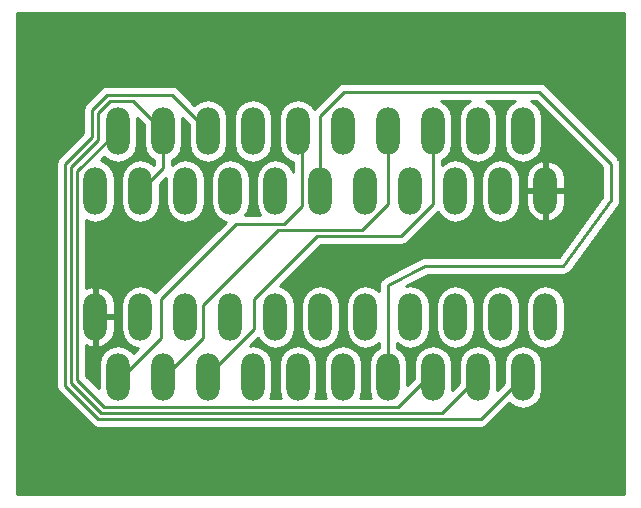
<source format=gbl>
G04 #@! TF.FileFunction,Copper,L2,Bot,Signal*
%FSLAX46Y46*%
G04 Gerber Fmt 4.6, Leading zero omitted, Abs format (unit mm)*
G04 Created by KiCad (PCBNEW 4.0.7) date 07/22/18 01:51:21*
%MOMM*%
%LPD*%
G01*
G04 APERTURE LIST*
%ADD10C,0.100000*%
%ADD11O,2.000000X4.000000*%
%ADD12C,0.600000*%
%ADD13C,0.250000*%
%ADD14C,0.254000*%
G04 APERTURE END LIST*
D10*
D11*
X150241000Y-125984000D03*
X146431000Y-125984000D03*
X142621000Y-125984000D03*
X148336000Y-120904000D03*
X144526000Y-120904000D03*
X140716000Y-120904000D03*
X138811000Y-125984000D03*
X136906000Y-120904000D03*
X135001000Y-125984000D03*
X133096000Y-120904000D03*
X131191000Y-125984000D03*
X129286000Y-120904000D03*
X167386000Y-120904000D03*
X165481000Y-125984000D03*
X163576000Y-120904000D03*
X161671000Y-125984000D03*
X159766000Y-120904000D03*
X157861000Y-125984000D03*
X155956000Y-120904000D03*
X154051000Y-125984000D03*
X152146000Y-120904000D03*
X146431000Y-105156000D03*
X150241000Y-105156000D03*
X154051000Y-105156000D03*
X148336000Y-110236000D03*
X152146000Y-110236000D03*
X155956000Y-110236000D03*
X157861000Y-105156000D03*
X159766000Y-110236000D03*
X161671000Y-105156000D03*
X163576000Y-110236000D03*
X165481000Y-105156000D03*
X167386000Y-110236000D03*
X129286000Y-110236000D03*
X131191000Y-105156000D03*
X133096000Y-110236000D03*
X135001000Y-105156000D03*
X136906000Y-110236000D03*
X138811000Y-105156000D03*
X140716000Y-110236000D03*
X142621000Y-105156000D03*
X144526000Y-110236000D03*
D12*
X157480000Y-114300000D03*
X165354000Y-118110000D03*
X166878000Y-115062000D03*
X129286000Y-115570000D03*
X123190000Y-95758000D03*
X123190000Y-99568000D03*
X123190000Y-108712000D03*
X123190000Y-120650000D03*
X123190000Y-126746000D03*
X123190000Y-131826000D03*
X123190000Y-135382000D03*
X129286000Y-135382000D03*
X135636000Y-135382000D03*
X143764000Y-135382000D03*
X156972000Y-135382000D03*
X173482000Y-135382000D03*
X173736000Y-128270000D03*
X173736000Y-115316000D03*
X173736000Y-107442000D03*
X173482000Y-101346000D03*
X173482000Y-95758000D03*
X168910000Y-95758000D03*
X152908000Y-95758000D03*
X141478000Y-95758000D03*
X133096000Y-95758000D03*
X126492000Y-95758000D03*
D13*
X138811000Y-125984000D02*
X138811000Y-125857000D01*
X138811000Y-125857000D02*
X142748000Y-121920000D01*
X142748000Y-121920000D02*
X142748000Y-119380000D01*
X142748000Y-119380000D02*
X148082000Y-114046000D01*
X148082000Y-114046000D02*
X155194000Y-114046000D01*
X155194000Y-114046000D02*
X157861000Y-111379000D01*
X157861000Y-111379000D02*
X157861000Y-105156000D01*
X135001000Y-125984000D02*
X135128000Y-125984000D01*
X135128000Y-125984000D02*
X138430000Y-122682000D01*
X138430000Y-122682000D02*
X138430000Y-119888000D01*
X138430000Y-119888000D02*
X144780000Y-113538000D01*
X144780000Y-113538000D02*
X151892000Y-113538000D01*
X151892000Y-113538000D02*
X154051000Y-111379000D01*
X154051000Y-111379000D02*
X154051000Y-105156000D01*
X131191000Y-125984000D02*
X131572000Y-125984000D01*
X131572000Y-125984000D02*
X134874000Y-122682000D01*
X134874000Y-122682000D02*
X134874000Y-119380000D01*
X134874000Y-119380000D02*
X141224000Y-113030000D01*
X141224000Y-113030000D02*
X145288000Y-113030000D01*
X145288000Y-113030000D02*
X146812000Y-111506000D01*
X146812000Y-111506000D02*
X146812000Y-105537000D01*
X146812000Y-105537000D02*
X146431000Y-105156000D01*
X123190000Y-108712000D02*
X123190000Y-99568000D01*
X123190000Y-126746000D02*
X123190000Y-120650000D01*
X123190000Y-135382000D02*
X123190000Y-131826000D01*
X135636000Y-135382000D02*
X129286000Y-135382000D01*
X156972000Y-135382000D02*
X143764000Y-135382000D01*
X173482000Y-128524000D02*
X173482000Y-135382000D01*
X173736000Y-128270000D02*
X173482000Y-128524000D01*
X173736000Y-107442000D02*
X173736000Y-115316000D01*
X173482000Y-95758000D02*
X173482000Y-101346000D01*
X152908000Y-95758000D02*
X168910000Y-95758000D01*
X133096000Y-95758000D02*
X141478000Y-95758000D01*
X126492000Y-95758000D02*
X123190000Y-95758000D01*
X165481000Y-125984000D02*
X161925000Y-129540000D01*
X135763000Y-102108000D02*
X138811000Y-105156000D01*
X130302000Y-102108000D02*
X135763000Y-102108000D01*
X129032000Y-103378000D02*
X130302000Y-102108000D01*
X129032000Y-105664000D02*
X129032000Y-103378000D01*
X126746000Y-107950000D02*
X129032000Y-105664000D01*
X126746000Y-126746000D02*
X126746000Y-107950000D01*
X129540000Y-129540000D02*
X126746000Y-126746000D01*
X161925000Y-129540000D02*
X129540000Y-129540000D01*
X135001000Y-105156000D02*
X135001000Y-108331000D01*
X135001000Y-108331000D02*
X133096000Y-110236000D01*
X161671000Y-125984000D02*
X158623000Y-129032000D01*
X132461000Y-102616000D02*
X135001000Y-105156000D01*
X130556000Y-102616000D02*
X132461000Y-102616000D01*
X129540000Y-103632000D02*
X130556000Y-102616000D01*
X129540000Y-105918000D02*
X129540000Y-103632000D01*
X127254000Y-108204000D02*
X129540000Y-105918000D01*
X127254000Y-126492000D02*
X127254000Y-108204000D01*
X129794000Y-129032000D02*
X127254000Y-126492000D01*
X158623000Y-129032000D02*
X129794000Y-129032000D01*
X157861000Y-125984000D02*
X157480000Y-125984000D01*
X157480000Y-125984000D02*
X154940000Y-128524000D01*
X154940000Y-128524000D02*
X130048000Y-128524000D01*
X130048000Y-128524000D02*
X127762000Y-126238000D01*
X127762000Y-126238000D02*
X127762000Y-108585000D01*
X127762000Y-108585000D02*
X131191000Y-105156000D01*
X154051000Y-125984000D02*
X154051000Y-118237000D01*
X148336000Y-103886000D02*
X148336000Y-110236000D01*
X150368000Y-101854000D02*
X148336000Y-103886000D01*
X166878000Y-101854000D02*
X150368000Y-101854000D01*
X172974000Y-107950000D02*
X166878000Y-101854000D01*
X172974000Y-110998000D02*
X172974000Y-107950000D01*
X168910000Y-116586000D02*
X172974000Y-110998000D01*
X157226000Y-116586000D02*
X168910000Y-116586000D01*
X154051000Y-118237000D02*
X157226000Y-116586000D01*
D14*
G36*
X174042000Y-135942000D02*
X122630000Y-135942000D01*
X122630000Y-107950000D01*
X125986000Y-107950000D01*
X125986000Y-126746000D01*
X126043852Y-127036839D01*
X126208599Y-127283401D01*
X129002599Y-130077401D01*
X129249161Y-130242148D01*
X129540000Y-130300000D01*
X161925000Y-130300000D01*
X162215839Y-130242148D01*
X162462401Y-130077401D01*
X164338775Y-128201027D01*
X164855313Y-128546166D01*
X165481000Y-128670623D01*
X166106687Y-128546166D01*
X166637120Y-128191743D01*
X166991543Y-127661310D01*
X167116000Y-127035623D01*
X167116000Y-124932377D01*
X166991543Y-124306690D01*
X166637120Y-123776257D01*
X166106687Y-123421834D01*
X165481000Y-123297377D01*
X164855313Y-123421834D01*
X164324880Y-123776257D01*
X163970457Y-124306690D01*
X163846000Y-124932377D01*
X163846000Y-126544198D01*
X163293939Y-127096259D01*
X163306000Y-127035623D01*
X163306000Y-124932377D01*
X163181543Y-124306690D01*
X162827120Y-123776257D01*
X162296687Y-123421834D01*
X161671000Y-123297377D01*
X161045313Y-123421834D01*
X160514880Y-123776257D01*
X160160457Y-124306690D01*
X160036000Y-124932377D01*
X160036000Y-126544198D01*
X159483939Y-127096259D01*
X159496000Y-127035623D01*
X159496000Y-124932377D01*
X159371543Y-124306690D01*
X159017120Y-123776257D01*
X158486687Y-123421834D01*
X157861000Y-123297377D01*
X157235313Y-123421834D01*
X156704880Y-123776257D01*
X156350457Y-124306690D01*
X156226000Y-124932377D01*
X156226000Y-126163198D01*
X155686000Y-126703198D01*
X155686000Y-124932377D01*
X155561543Y-124306690D01*
X155207120Y-123776257D01*
X154811000Y-123511579D01*
X154811000Y-123119173D01*
X155330313Y-123466166D01*
X155956000Y-123590623D01*
X156581687Y-123466166D01*
X157112120Y-123111743D01*
X157466543Y-122581310D01*
X157591000Y-121955623D01*
X157591000Y-119852377D01*
X158131000Y-119852377D01*
X158131000Y-121955623D01*
X158255457Y-122581310D01*
X158609880Y-123111743D01*
X159140313Y-123466166D01*
X159766000Y-123590623D01*
X160391687Y-123466166D01*
X160922120Y-123111743D01*
X161276543Y-122581310D01*
X161401000Y-121955623D01*
X161401000Y-119852377D01*
X161941000Y-119852377D01*
X161941000Y-121955623D01*
X162065457Y-122581310D01*
X162419880Y-123111743D01*
X162950313Y-123466166D01*
X163576000Y-123590623D01*
X164201687Y-123466166D01*
X164732120Y-123111743D01*
X165086543Y-122581310D01*
X165211000Y-121955623D01*
X165211000Y-119852377D01*
X165751000Y-119852377D01*
X165751000Y-121955623D01*
X165875457Y-122581310D01*
X166229880Y-123111743D01*
X166760313Y-123466166D01*
X167386000Y-123590623D01*
X168011687Y-123466166D01*
X168542120Y-123111743D01*
X168896543Y-122581310D01*
X169021000Y-121955623D01*
X169021000Y-119852377D01*
X168896543Y-119226690D01*
X168542120Y-118696257D01*
X168011687Y-118341834D01*
X167386000Y-118217377D01*
X166760313Y-118341834D01*
X166229880Y-118696257D01*
X165875457Y-119226690D01*
X165751000Y-119852377D01*
X165211000Y-119852377D01*
X165086543Y-119226690D01*
X164732120Y-118696257D01*
X164201687Y-118341834D01*
X163576000Y-118217377D01*
X162950313Y-118341834D01*
X162419880Y-118696257D01*
X162065457Y-119226690D01*
X161941000Y-119852377D01*
X161401000Y-119852377D01*
X161276543Y-119226690D01*
X160922120Y-118696257D01*
X160391687Y-118341834D01*
X159766000Y-118217377D01*
X159140313Y-118341834D01*
X158609880Y-118696257D01*
X158255457Y-119226690D01*
X158131000Y-119852377D01*
X157591000Y-119852377D01*
X157466543Y-119226690D01*
X157112120Y-118696257D01*
X156581687Y-118341834D01*
X155956000Y-118217377D01*
X155599818Y-118288226D01*
X157411791Y-117346000D01*
X168910000Y-117346000D01*
X168968714Y-117334321D01*
X169028532Y-117336700D01*
X169112784Y-117305663D01*
X169200839Y-117288148D01*
X169250613Y-117254890D01*
X169306789Y-117234196D01*
X169372748Y-117173282D01*
X169447401Y-117123401D01*
X169480661Y-117073624D01*
X169524639Y-117033010D01*
X173588639Y-111445011D01*
X173626268Y-111363490D01*
X173676148Y-111288839D01*
X173687827Y-111230126D01*
X173712916Y-111175772D01*
X173716484Y-111086059D01*
X173734000Y-110998000D01*
X173734000Y-107950000D01*
X173676148Y-107659161D01*
X173511401Y-107412599D01*
X167415401Y-101316599D01*
X167168839Y-101151852D01*
X166878000Y-101094000D01*
X150368000Y-101094000D01*
X150077161Y-101151852D01*
X149830599Y-101316599D01*
X147832181Y-103315017D01*
X147587120Y-102948257D01*
X147056687Y-102593834D01*
X146431000Y-102469377D01*
X145805313Y-102593834D01*
X145274880Y-102948257D01*
X144920457Y-103478690D01*
X144796000Y-104104377D01*
X144796000Y-106207623D01*
X144920457Y-106833310D01*
X145274880Y-107363743D01*
X145805313Y-107718166D01*
X146052000Y-107767235D01*
X146052000Y-108636398D01*
X146036543Y-108558690D01*
X145682120Y-108028257D01*
X145151687Y-107673834D01*
X144526000Y-107549377D01*
X143900313Y-107673834D01*
X143369880Y-108028257D01*
X143015457Y-108558690D01*
X142891000Y-109184377D01*
X142891000Y-111287623D01*
X143015457Y-111913310D01*
X143253789Y-112270000D01*
X141988211Y-112270000D01*
X142226543Y-111913310D01*
X142351000Y-111287623D01*
X142351000Y-109184377D01*
X142226543Y-108558690D01*
X141872120Y-108028257D01*
X141341687Y-107673834D01*
X140716000Y-107549377D01*
X140090313Y-107673834D01*
X139559880Y-108028257D01*
X139205457Y-108558690D01*
X139081000Y-109184377D01*
X139081000Y-111287623D01*
X139205457Y-111913310D01*
X139559880Y-112443743D01*
X140090313Y-112798166D01*
X140332799Y-112846399D01*
X134344574Y-118834624D01*
X134252120Y-118696257D01*
X133721687Y-118341834D01*
X133096000Y-118217377D01*
X132470313Y-118341834D01*
X131939880Y-118696257D01*
X131585457Y-119226690D01*
X131461000Y-119852377D01*
X131461000Y-121955623D01*
X131585457Y-122581310D01*
X131939880Y-123111743D01*
X132470313Y-123466166D01*
X132924657Y-123556541D01*
X132490443Y-123990755D01*
X132347120Y-123776257D01*
X131816687Y-123421834D01*
X131191000Y-123297377D01*
X130565313Y-123421834D01*
X130034880Y-123776257D01*
X129680457Y-124306690D01*
X129556000Y-124932377D01*
X129556000Y-126957198D01*
X128522000Y-125923198D01*
X128522000Y-123319633D01*
X128777645Y-123463144D01*
X128905566Y-123494124D01*
X129159000Y-123374777D01*
X129159000Y-121031000D01*
X129413000Y-121031000D01*
X129413000Y-123374777D01*
X129666434Y-123494124D01*
X129794355Y-123463144D01*
X130352317Y-123149922D01*
X130747942Y-122647020D01*
X130921000Y-122031000D01*
X130921000Y-121031000D01*
X129413000Y-121031000D01*
X129159000Y-121031000D01*
X129139000Y-121031000D01*
X129139000Y-120777000D01*
X129159000Y-120777000D01*
X129159000Y-118433223D01*
X129413000Y-118433223D01*
X129413000Y-120777000D01*
X130921000Y-120777000D01*
X130921000Y-119777000D01*
X130747942Y-119160980D01*
X130352317Y-118658078D01*
X129794355Y-118344856D01*
X129666434Y-118313876D01*
X129413000Y-118433223D01*
X129159000Y-118433223D01*
X128905566Y-118313876D01*
X128777645Y-118344856D01*
X128522000Y-118488367D01*
X128522000Y-112705748D01*
X128660313Y-112798166D01*
X129286000Y-112922623D01*
X129911687Y-112798166D01*
X130442120Y-112443743D01*
X130796543Y-111913310D01*
X130921000Y-111287623D01*
X130921000Y-109184377D01*
X130796543Y-108558690D01*
X130442120Y-108028257D01*
X129911687Y-107673834D01*
X129775131Y-107646671D01*
X130048775Y-107373027D01*
X130565313Y-107718166D01*
X131191000Y-107842623D01*
X131816687Y-107718166D01*
X132347120Y-107363743D01*
X132701543Y-106833310D01*
X132826000Y-106207623D01*
X132826000Y-104104377D01*
X132813939Y-104043741D01*
X133366000Y-104595802D01*
X133366000Y-106207623D01*
X133490457Y-106833310D01*
X133844880Y-107363743D01*
X134241000Y-107628421D01*
X134241000Y-108016198D01*
X134238225Y-108018973D01*
X133721687Y-107673834D01*
X133096000Y-107549377D01*
X132470313Y-107673834D01*
X131939880Y-108028257D01*
X131585457Y-108558690D01*
X131461000Y-109184377D01*
X131461000Y-111287623D01*
X131585457Y-111913310D01*
X131939880Y-112443743D01*
X132470313Y-112798166D01*
X133096000Y-112922623D01*
X133721687Y-112798166D01*
X134252120Y-112443743D01*
X134606543Y-111913310D01*
X134731000Y-111287623D01*
X134731000Y-109675802D01*
X135283061Y-109123741D01*
X135271000Y-109184377D01*
X135271000Y-111287623D01*
X135395457Y-111913310D01*
X135749880Y-112443743D01*
X136280313Y-112798166D01*
X136906000Y-112922623D01*
X137531687Y-112798166D01*
X138062120Y-112443743D01*
X138416543Y-111913310D01*
X138541000Y-111287623D01*
X138541000Y-109184377D01*
X138416543Y-108558690D01*
X138062120Y-108028257D01*
X137531687Y-107673834D01*
X136906000Y-107549377D01*
X136280313Y-107673834D01*
X135761000Y-108020827D01*
X135761000Y-107628421D01*
X136157120Y-107363743D01*
X136511543Y-106833310D01*
X136636000Y-106207623D01*
X136636000Y-104104377D01*
X136623939Y-104043741D01*
X137176000Y-104595802D01*
X137176000Y-106207623D01*
X137300457Y-106833310D01*
X137654880Y-107363743D01*
X138185313Y-107718166D01*
X138811000Y-107842623D01*
X139436687Y-107718166D01*
X139967120Y-107363743D01*
X140321543Y-106833310D01*
X140446000Y-106207623D01*
X140446000Y-104104377D01*
X140986000Y-104104377D01*
X140986000Y-106207623D01*
X141110457Y-106833310D01*
X141464880Y-107363743D01*
X141995313Y-107718166D01*
X142621000Y-107842623D01*
X143246687Y-107718166D01*
X143777120Y-107363743D01*
X144131543Y-106833310D01*
X144256000Y-106207623D01*
X144256000Y-104104377D01*
X144131543Y-103478690D01*
X143777120Y-102948257D01*
X143246687Y-102593834D01*
X142621000Y-102469377D01*
X141995313Y-102593834D01*
X141464880Y-102948257D01*
X141110457Y-103478690D01*
X140986000Y-104104377D01*
X140446000Y-104104377D01*
X140321543Y-103478690D01*
X139967120Y-102948257D01*
X139436687Y-102593834D01*
X138811000Y-102469377D01*
X138185313Y-102593834D01*
X137668775Y-102938973D01*
X136300401Y-101570599D01*
X136053839Y-101405852D01*
X135763000Y-101348000D01*
X130302000Y-101348000D01*
X130011160Y-101405852D01*
X129764599Y-101570599D01*
X128494599Y-102840599D01*
X128329852Y-103087161D01*
X128272000Y-103378000D01*
X128272000Y-105349198D01*
X126208599Y-107412599D01*
X126043852Y-107659161D01*
X125986000Y-107950000D01*
X122630000Y-107950000D01*
X122630000Y-95198000D01*
X174042000Y-95198000D01*
X174042000Y-135942000D01*
X174042000Y-135942000D01*
G37*
X174042000Y-135942000D02*
X122630000Y-135942000D01*
X122630000Y-107950000D01*
X125986000Y-107950000D01*
X125986000Y-126746000D01*
X126043852Y-127036839D01*
X126208599Y-127283401D01*
X129002599Y-130077401D01*
X129249161Y-130242148D01*
X129540000Y-130300000D01*
X161925000Y-130300000D01*
X162215839Y-130242148D01*
X162462401Y-130077401D01*
X164338775Y-128201027D01*
X164855313Y-128546166D01*
X165481000Y-128670623D01*
X166106687Y-128546166D01*
X166637120Y-128191743D01*
X166991543Y-127661310D01*
X167116000Y-127035623D01*
X167116000Y-124932377D01*
X166991543Y-124306690D01*
X166637120Y-123776257D01*
X166106687Y-123421834D01*
X165481000Y-123297377D01*
X164855313Y-123421834D01*
X164324880Y-123776257D01*
X163970457Y-124306690D01*
X163846000Y-124932377D01*
X163846000Y-126544198D01*
X163293939Y-127096259D01*
X163306000Y-127035623D01*
X163306000Y-124932377D01*
X163181543Y-124306690D01*
X162827120Y-123776257D01*
X162296687Y-123421834D01*
X161671000Y-123297377D01*
X161045313Y-123421834D01*
X160514880Y-123776257D01*
X160160457Y-124306690D01*
X160036000Y-124932377D01*
X160036000Y-126544198D01*
X159483939Y-127096259D01*
X159496000Y-127035623D01*
X159496000Y-124932377D01*
X159371543Y-124306690D01*
X159017120Y-123776257D01*
X158486687Y-123421834D01*
X157861000Y-123297377D01*
X157235313Y-123421834D01*
X156704880Y-123776257D01*
X156350457Y-124306690D01*
X156226000Y-124932377D01*
X156226000Y-126163198D01*
X155686000Y-126703198D01*
X155686000Y-124932377D01*
X155561543Y-124306690D01*
X155207120Y-123776257D01*
X154811000Y-123511579D01*
X154811000Y-123119173D01*
X155330313Y-123466166D01*
X155956000Y-123590623D01*
X156581687Y-123466166D01*
X157112120Y-123111743D01*
X157466543Y-122581310D01*
X157591000Y-121955623D01*
X157591000Y-119852377D01*
X158131000Y-119852377D01*
X158131000Y-121955623D01*
X158255457Y-122581310D01*
X158609880Y-123111743D01*
X159140313Y-123466166D01*
X159766000Y-123590623D01*
X160391687Y-123466166D01*
X160922120Y-123111743D01*
X161276543Y-122581310D01*
X161401000Y-121955623D01*
X161401000Y-119852377D01*
X161941000Y-119852377D01*
X161941000Y-121955623D01*
X162065457Y-122581310D01*
X162419880Y-123111743D01*
X162950313Y-123466166D01*
X163576000Y-123590623D01*
X164201687Y-123466166D01*
X164732120Y-123111743D01*
X165086543Y-122581310D01*
X165211000Y-121955623D01*
X165211000Y-119852377D01*
X165751000Y-119852377D01*
X165751000Y-121955623D01*
X165875457Y-122581310D01*
X166229880Y-123111743D01*
X166760313Y-123466166D01*
X167386000Y-123590623D01*
X168011687Y-123466166D01*
X168542120Y-123111743D01*
X168896543Y-122581310D01*
X169021000Y-121955623D01*
X169021000Y-119852377D01*
X168896543Y-119226690D01*
X168542120Y-118696257D01*
X168011687Y-118341834D01*
X167386000Y-118217377D01*
X166760313Y-118341834D01*
X166229880Y-118696257D01*
X165875457Y-119226690D01*
X165751000Y-119852377D01*
X165211000Y-119852377D01*
X165086543Y-119226690D01*
X164732120Y-118696257D01*
X164201687Y-118341834D01*
X163576000Y-118217377D01*
X162950313Y-118341834D01*
X162419880Y-118696257D01*
X162065457Y-119226690D01*
X161941000Y-119852377D01*
X161401000Y-119852377D01*
X161276543Y-119226690D01*
X160922120Y-118696257D01*
X160391687Y-118341834D01*
X159766000Y-118217377D01*
X159140313Y-118341834D01*
X158609880Y-118696257D01*
X158255457Y-119226690D01*
X158131000Y-119852377D01*
X157591000Y-119852377D01*
X157466543Y-119226690D01*
X157112120Y-118696257D01*
X156581687Y-118341834D01*
X155956000Y-118217377D01*
X155599818Y-118288226D01*
X157411791Y-117346000D01*
X168910000Y-117346000D01*
X168968714Y-117334321D01*
X169028532Y-117336700D01*
X169112784Y-117305663D01*
X169200839Y-117288148D01*
X169250613Y-117254890D01*
X169306789Y-117234196D01*
X169372748Y-117173282D01*
X169447401Y-117123401D01*
X169480661Y-117073624D01*
X169524639Y-117033010D01*
X173588639Y-111445011D01*
X173626268Y-111363490D01*
X173676148Y-111288839D01*
X173687827Y-111230126D01*
X173712916Y-111175772D01*
X173716484Y-111086059D01*
X173734000Y-110998000D01*
X173734000Y-107950000D01*
X173676148Y-107659161D01*
X173511401Y-107412599D01*
X167415401Y-101316599D01*
X167168839Y-101151852D01*
X166878000Y-101094000D01*
X150368000Y-101094000D01*
X150077161Y-101151852D01*
X149830599Y-101316599D01*
X147832181Y-103315017D01*
X147587120Y-102948257D01*
X147056687Y-102593834D01*
X146431000Y-102469377D01*
X145805313Y-102593834D01*
X145274880Y-102948257D01*
X144920457Y-103478690D01*
X144796000Y-104104377D01*
X144796000Y-106207623D01*
X144920457Y-106833310D01*
X145274880Y-107363743D01*
X145805313Y-107718166D01*
X146052000Y-107767235D01*
X146052000Y-108636398D01*
X146036543Y-108558690D01*
X145682120Y-108028257D01*
X145151687Y-107673834D01*
X144526000Y-107549377D01*
X143900313Y-107673834D01*
X143369880Y-108028257D01*
X143015457Y-108558690D01*
X142891000Y-109184377D01*
X142891000Y-111287623D01*
X143015457Y-111913310D01*
X143253789Y-112270000D01*
X141988211Y-112270000D01*
X142226543Y-111913310D01*
X142351000Y-111287623D01*
X142351000Y-109184377D01*
X142226543Y-108558690D01*
X141872120Y-108028257D01*
X141341687Y-107673834D01*
X140716000Y-107549377D01*
X140090313Y-107673834D01*
X139559880Y-108028257D01*
X139205457Y-108558690D01*
X139081000Y-109184377D01*
X139081000Y-111287623D01*
X139205457Y-111913310D01*
X139559880Y-112443743D01*
X140090313Y-112798166D01*
X140332799Y-112846399D01*
X134344574Y-118834624D01*
X134252120Y-118696257D01*
X133721687Y-118341834D01*
X133096000Y-118217377D01*
X132470313Y-118341834D01*
X131939880Y-118696257D01*
X131585457Y-119226690D01*
X131461000Y-119852377D01*
X131461000Y-121955623D01*
X131585457Y-122581310D01*
X131939880Y-123111743D01*
X132470313Y-123466166D01*
X132924657Y-123556541D01*
X132490443Y-123990755D01*
X132347120Y-123776257D01*
X131816687Y-123421834D01*
X131191000Y-123297377D01*
X130565313Y-123421834D01*
X130034880Y-123776257D01*
X129680457Y-124306690D01*
X129556000Y-124932377D01*
X129556000Y-126957198D01*
X128522000Y-125923198D01*
X128522000Y-123319633D01*
X128777645Y-123463144D01*
X128905566Y-123494124D01*
X129159000Y-123374777D01*
X129159000Y-121031000D01*
X129413000Y-121031000D01*
X129413000Y-123374777D01*
X129666434Y-123494124D01*
X129794355Y-123463144D01*
X130352317Y-123149922D01*
X130747942Y-122647020D01*
X130921000Y-122031000D01*
X130921000Y-121031000D01*
X129413000Y-121031000D01*
X129159000Y-121031000D01*
X129139000Y-121031000D01*
X129139000Y-120777000D01*
X129159000Y-120777000D01*
X129159000Y-118433223D01*
X129413000Y-118433223D01*
X129413000Y-120777000D01*
X130921000Y-120777000D01*
X130921000Y-119777000D01*
X130747942Y-119160980D01*
X130352317Y-118658078D01*
X129794355Y-118344856D01*
X129666434Y-118313876D01*
X129413000Y-118433223D01*
X129159000Y-118433223D01*
X128905566Y-118313876D01*
X128777645Y-118344856D01*
X128522000Y-118488367D01*
X128522000Y-112705748D01*
X128660313Y-112798166D01*
X129286000Y-112922623D01*
X129911687Y-112798166D01*
X130442120Y-112443743D01*
X130796543Y-111913310D01*
X130921000Y-111287623D01*
X130921000Y-109184377D01*
X130796543Y-108558690D01*
X130442120Y-108028257D01*
X129911687Y-107673834D01*
X129775131Y-107646671D01*
X130048775Y-107373027D01*
X130565313Y-107718166D01*
X131191000Y-107842623D01*
X131816687Y-107718166D01*
X132347120Y-107363743D01*
X132701543Y-106833310D01*
X132826000Y-106207623D01*
X132826000Y-104104377D01*
X132813939Y-104043741D01*
X133366000Y-104595802D01*
X133366000Y-106207623D01*
X133490457Y-106833310D01*
X133844880Y-107363743D01*
X134241000Y-107628421D01*
X134241000Y-108016198D01*
X134238225Y-108018973D01*
X133721687Y-107673834D01*
X133096000Y-107549377D01*
X132470313Y-107673834D01*
X131939880Y-108028257D01*
X131585457Y-108558690D01*
X131461000Y-109184377D01*
X131461000Y-111287623D01*
X131585457Y-111913310D01*
X131939880Y-112443743D01*
X132470313Y-112798166D01*
X133096000Y-112922623D01*
X133721687Y-112798166D01*
X134252120Y-112443743D01*
X134606543Y-111913310D01*
X134731000Y-111287623D01*
X134731000Y-109675802D01*
X135283061Y-109123741D01*
X135271000Y-109184377D01*
X135271000Y-111287623D01*
X135395457Y-111913310D01*
X135749880Y-112443743D01*
X136280313Y-112798166D01*
X136906000Y-112922623D01*
X137531687Y-112798166D01*
X138062120Y-112443743D01*
X138416543Y-111913310D01*
X138541000Y-111287623D01*
X138541000Y-109184377D01*
X138416543Y-108558690D01*
X138062120Y-108028257D01*
X137531687Y-107673834D01*
X136906000Y-107549377D01*
X136280313Y-107673834D01*
X135761000Y-108020827D01*
X135761000Y-107628421D01*
X136157120Y-107363743D01*
X136511543Y-106833310D01*
X136636000Y-106207623D01*
X136636000Y-104104377D01*
X136623939Y-104043741D01*
X137176000Y-104595802D01*
X137176000Y-106207623D01*
X137300457Y-106833310D01*
X137654880Y-107363743D01*
X138185313Y-107718166D01*
X138811000Y-107842623D01*
X139436687Y-107718166D01*
X139967120Y-107363743D01*
X140321543Y-106833310D01*
X140446000Y-106207623D01*
X140446000Y-104104377D01*
X140986000Y-104104377D01*
X140986000Y-106207623D01*
X141110457Y-106833310D01*
X141464880Y-107363743D01*
X141995313Y-107718166D01*
X142621000Y-107842623D01*
X143246687Y-107718166D01*
X143777120Y-107363743D01*
X144131543Y-106833310D01*
X144256000Y-106207623D01*
X144256000Y-104104377D01*
X144131543Y-103478690D01*
X143777120Y-102948257D01*
X143246687Y-102593834D01*
X142621000Y-102469377D01*
X141995313Y-102593834D01*
X141464880Y-102948257D01*
X141110457Y-103478690D01*
X140986000Y-104104377D01*
X140446000Y-104104377D01*
X140321543Y-103478690D01*
X139967120Y-102948257D01*
X139436687Y-102593834D01*
X138811000Y-102469377D01*
X138185313Y-102593834D01*
X137668775Y-102938973D01*
X136300401Y-101570599D01*
X136053839Y-101405852D01*
X135763000Y-101348000D01*
X130302000Y-101348000D01*
X130011160Y-101405852D01*
X129764599Y-101570599D01*
X128494599Y-102840599D01*
X128329852Y-103087161D01*
X128272000Y-103378000D01*
X128272000Y-105349198D01*
X126208599Y-107412599D01*
X126043852Y-107659161D01*
X125986000Y-107950000D01*
X122630000Y-107950000D01*
X122630000Y-95198000D01*
X174042000Y-95198000D01*
X174042000Y-135942000D01*
G36*
X160514880Y-102948257D02*
X160160457Y-103478690D01*
X160036000Y-104104377D01*
X160036000Y-106207623D01*
X160160457Y-106833310D01*
X160514880Y-107363743D01*
X161045313Y-107718166D01*
X161671000Y-107842623D01*
X162296687Y-107718166D01*
X162827120Y-107363743D01*
X163181543Y-106833310D01*
X163306000Y-106207623D01*
X163306000Y-104104377D01*
X163181543Y-103478690D01*
X162827120Y-102948257D01*
X162326868Y-102614000D01*
X164825132Y-102614000D01*
X164324880Y-102948257D01*
X163970457Y-103478690D01*
X163846000Y-104104377D01*
X163846000Y-106207623D01*
X163970457Y-106833310D01*
X164324880Y-107363743D01*
X164855313Y-107718166D01*
X165481000Y-107842623D01*
X166106687Y-107718166D01*
X166637120Y-107363743D01*
X166991543Y-106833310D01*
X167116000Y-106207623D01*
X167116000Y-104104377D01*
X166991543Y-103478690D01*
X166637120Y-102948257D01*
X166136868Y-102614000D01*
X166563198Y-102614000D01*
X172214000Y-108264802D01*
X172214000Y-110750861D01*
X168522990Y-115826000D01*
X157226000Y-115826000D01*
X157193269Y-115832511D01*
X157160100Y-115828863D01*
X157048824Y-115861243D01*
X156935161Y-115883852D01*
X156907416Y-115902391D01*
X156875372Y-115911715D01*
X153700372Y-117562715D01*
X153609957Y-117635215D01*
X153513599Y-117699599D01*
X153495059Y-117727347D01*
X153469025Y-117748222D01*
X153413237Y-117849802D01*
X153348852Y-117946161D01*
X153342342Y-117978889D01*
X153326277Y-118008140D01*
X153313609Y-118123338D01*
X153291000Y-118237000D01*
X153291000Y-118688827D01*
X152771687Y-118341834D01*
X152146000Y-118217377D01*
X151520313Y-118341834D01*
X150989880Y-118696257D01*
X150635457Y-119226690D01*
X150511000Y-119852377D01*
X150511000Y-121955623D01*
X150635457Y-122581310D01*
X150989880Y-123111743D01*
X151520313Y-123466166D01*
X152146000Y-123590623D01*
X152771687Y-123466166D01*
X153291000Y-123119173D01*
X153291000Y-123511579D01*
X152894880Y-123776257D01*
X152540457Y-124306690D01*
X152416000Y-124932377D01*
X152416000Y-127035623D01*
X152540457Y-127661310D01*
X152609072Y-127764000D01*
X151682928Y-127764000D01*
X151751543Y-127661310D01*
X151876000Y-127035623D01*
X151876000Y-124932377D01*
X151751543Y-124306690D01*
X151397120Y-123776257D01*
X150866687Y-123421834D01*
X150241000Y-123297377D01*
X149615313Y-123421834D01*
X149084880Y-123776257D01*
X148730457Y-124306690D01*
X148606000Y-124932377D01*
X148606000Y-127035623D01*
X148730457Y-127661310D01*
X148799072Y-127764000D01*
X147872928Y-127764000D01*
X147941543Y-127661310D01*
X148066000Y-127035623D01*
X148066000Y-124932377D01*
X147941543Y-124306690D01*
X147587120Y-123776257D01*
X147056687Y-123421834D01*
X146431000Y-123297377D01*
X145805313Y-123421834D01*
X145274880Y-123776257D01*
X144920457Y-124306690D01*
X144796000Y-124932377D01*
X144796000Y-127035623D01*
X144920457Y-127661310D01*
X144989072Y-127764000D01*
X144062928Y-127764000D01*
X144131543Y-127661310D01*
X144256000Y-127035623D01*
X144256000Y-124932377D01*
X144131543Y-124306690D01*
X143777120Y-123776257D01*
X143246687Y-123421834D01*
X142621000Y-123297377D01*
X142401829Y-123340973D01*
X143073950Y-122668852D01*
X143369880Y-123111743D01*
X143900313Y-123466166D01*
X144526000Y-123590623D01*
X145151687Y-123466166D01*
X145682120Y-123111743D01*
X146036543Y-122581310D01*
X146161000Y-121955623D01*
X146161000Y-119852377D01*
X146701000Y-119852377D01*
X146701000Y-121955623D01*
X146825457Y-122581310D01*
X147179880Y-123111743D01*
X147710313Y-123466166D01*
X148336000Y-123590623D01*
X148961687Y-123466166D01*
X149492120Y-123111743D01*
X149846543Y-122581310D01*
X149971000Y-121955623D01*
X149971000Y-119852377D01*
X149846543Y-119226690D01*
X149492120Y-118696257D01*
X148961687Y-118341834D01*
X148336000Y-118217377D01*
X147710313Y-118341834D01*
X147179880Y-118696257D01*
X146825457Y-119226690D01*
X146701000Y-119852377D01*
X146161000Y-119852377D01*
X146036543Y-119226690D01*
X145682120Y-118696257D01*
X145151687Y-118341834D01*
X144909201Y-118293601D01*
X148396802Y-114806000D01*
X155194000Y-114806000D01*
X155484839Y-114748148D01*
X155731401Y-114583401D01*
X158313950Y-112000852D01*
X158609880Y-112443743D01*
X159140313Y-112798166D01*
X159766000Y-112922623D01*
X160391687Y-112798166D01*
X160922120Y-112443743D01*
X161276543Y-111913310D01*
X161401000Y-111287623D01*
X161401000Y-109184377D01*
X161941000Y-109184377D01*
X161941000Y-111287623D01*
X162065457Y-111913310D01*
X162419880Y-112443743D01*
X162950313Y-112798166D01*
X163576000Y-112922623D01*
X164201687Y-112798166D01*
X164732120Y-112443743D01*
X165086543Y-111913310D01*
X165211000Y-111287623D01*
X165211000Y-110363000D01*
X165751000Y-110363000D01*
X165751000Y-111363000D01*
X165924058Y-111979020D01*
X166319683Y-112481922D01*
X166877645Y-112795144D01*
X167005566Y-112826124D01*
X167259000Y-112706777D01*
X167259000Y-110363000D01*
X167513000Y-110363000D01*
X167513000Y-112706777D01*
X167766434Y-112826124D01*
X167894355Y-112795144D01*
X168452317Y-112481922D01*
X168847942Y-111979020D01*
X169021000Y-111363000D01*
X169021000Y-110363000D01*
X167513000Y-110363000D01*
X167259000Y-110363000D01*
X165751000Y-110363000D01*
X165211000Y-110363000D01*
X165211000Y-109184377D01*
X165196007Y-109109000D01*
X165751000Y-109109000D01*
X165751000Y-110109000D01*
X167259000Y-110109000D01*
X167259000Y-107765223D01*
X167513000Y-107765223D01*
X167513000Y-110109000D01*
X169021000Y-110109000D01*
X169021000Y-109109000D01*
X168847942Y-108492980D01*
X168452317Y-107990078D01*
X167894355Y-107676856D01*
X167766434Y-107645876D01*
X167513000Y-107765223D01*
X167259000Y-107765223D01*
X167005566Y-107645876D01*
X166877645Y-107676856D01*
X166319683Y-107990078D01*
X165924058Y-108492980D01*
X165751000Y-109109000D01*
X165196007Y-109109000D01*
X165086543Y-108558690D01*
X164732120Y-108028257D01*
X164201687Y-107673834D01*
X163576000Y-107549377D01*
X162950313Y-107673834D01*
X162419880Y-108028257D01*
X162065457Y-108558690D01*
X161941000Y-109184377D01*
X161401000Y-109184377D01*
X161276543Y-108558690D01*
X160922120Y-108028257D01*
X160391687Y-107673834D01*
X159766000Y-107549377D01*
X159140313Y-107673834D01*
X158621000Y-108020827D01*
X158621000Y-107628421D01*
X159017120Y-107363743D01*
X159371543Y-106833310D01*
X159496000Y-106207623D01*
X159496000Y-104104377D01*
X159371543Y-103478690D01*
X159017120Y-102948257D01*
X158516868Y-102614000D01*
X161015132Y-102614000D01*
X160514880Y-102948257D01*
X160514880Y-102948257D01*
G37*
X160514880Y-102948257D02*
X160160457Y-103478690D01*
X160036000Y-104104377D01*
X160036000Y-106207623D01*
X160160457Y-106833310D01*
X160514880Y-107363743D01*
X161045313Y-107718166D01*
X161671000Y-107842623D01*
X162296687Y-107718166D01*
X162827120Y-107363743D01*
X163181543Y-106833310D01*
X163306000Y-106207623D01*
X163306000Y-104104377D01*
X163181543Y-103478690D01*
X162827120Y-102948257D01*
X162326868Y-102614000D01*
X164825132Y-102614000D01*
X164324880Y-102948257D01*
X163970457Y-103478690D01*
X163846000Y-104104377D01*
X163846000Y-106207623D01*
X163970457Y-106833310D01*
X164324880Y-107363743D01*
X164855313Y-107718166D01*
X165481000Y-107842623D01*
X166106687Y-107718166D01*
X166637120Y-107363743D01*
X166991543Y-106833310D01*
X167116000Y-106207623D01*
X167116000Y-104104377D01*
X166991543Y-103478690D01*
X166637120Y-102948257D01*
X166136868Y-102614000D01*
X166563198Y-102614000D01*
X172214000Y-108264802D01*
X172214000Y-110750861D01*
X168522990Y-115826000D01*
X157226000Y-115826000D01*
X157193269Y-115832511D01*
X157160100Y-115828863D01*
X157048824Y-115861243D01*
X156935161Y-115883852D01*
X156907416Y-115902391D01*
X156875372Y-115911715D01*
X153700372Y-117562715D01*
X153609957Y-117635215D01*
X153513599Y-117699599D01*
X153495059Y-117727347D01*
X153469025Y-117748222D01*
X153413237Y-117849802D01*
X153348852Y-117946161D01*
X153342342Y-117978889D01*
X153326277Y-118008140D01*
X153313609Y-118123338D01*
X153291000Y-118237000D01*
X153291000Y-118688827D01*
X152771687Y-118341834D01*
X152146000Y-118217377D01*
X151520313Y-118341834D01*
X150989880Y-118696257D01*
X150635457Y-119226690D01*
X150511000Y-119852377D01*
X150511000Y-121955623D01*
X150635457Y-122581310D01*
X150989880Y-123111743D01*
X151520313Y-123466166D01*
X152146000Y-123590623D01*
X152771687Y-123466166D01*
X153291000Y-123119173D01*
X153291000Y-123511579D01*
X152894880Y-123776257D01*
X152540457Y-124306690D01*
X152416000Y-124932377D01*
X152416000Y-127035623D01*
X152540457Y-127661310D01*
X152609072Y-127764000D01*
X151682928Y-127764000D01*
X151751543Y-127661310D01*
X151876000Y-127035623D01*
X151876000Y-124932377D01*
X151751543Y-124306690D01*
X151397120Y-123776257D01*
X150866687Y-123421834D01*
X150241000Y-123297377D01*
X149615313Y-123421834D01*
X149084880Y-123776257D01*
X148730457Y-124306690D01*
X148606000Y-124932377D01*
X148606000Y-127035623D01*
X148730457Y-127661310D01*
X148799072Y-127764000D01*
X147872928Y-127764000D01*
X147941543Y-127661310D01*
X148066000Y-127035623D01*
X148066000Y-124932377D01*
X147941543Y-124306690D01*
X147587120Y-123776257D01*
X147056687Y-123421834D01*
X146431000Y-123297377D01*
X145805313Y-123421834D01*
X145274880Y-123776257D01*
X144920457Y-124306690D01*
X144796000Y-124932377D01*
X144796000Y-127035623D01*
X144920457Y-127661310D01*
X144989072Y-127764000D01*
X144062928Y-127764000D01*
X144131543Y-127661310D01*
X144256000Y-127035623D01*
X144256000Y-124932377D01*
X144131543Y-124306690D01*
X143777120Y-123776257D01*
X143246687Y-123421834D01*
X142621000Y-123297377D01*
X142401829Y-123340973D01*
X143073950Y-122668852D01*
X143369880Y-123111743D01*
X143900313Y-123466166D01*
X144526000Y-123590623D01*
X145151687Y-123466166D01*
X145682120Y-123111743D01*
X146036543Y-122581310D01*
X146161000Y-121955623D01*
X146161000Y-119852377D01*
X146701000Y-119852377D01*
X146701000Y-121955623D01*
X146825457Y-122581310D01*
X147179880Y-123111743D01*
X147710313Y-123466166D01*
X148336000Y-123590623D01*
X148961687Y-123466166D01*
X149492120Y-123111743D01*
X149846543Y-122581310D01*
X149971000Y-121955623D01*
X149971000Y-119852377D01*
X149846543Y-119226690D01*
X149492120Y-118696257D01*
X148961687Y-118341834D01*
X148336000Y-118217377D01*
X147710313Y-118341834D01*
X147179880Y-118696257D01*
X146825457Y-119226690D01*
X146701000Y-119852377D01*
X146161000Y-119852377D01*
X146036543Y-119226690D01*
X145682120Y-118696257D01*
X145151687Y-118341834D01*
X144909201Y-118293601D01*
X148396802Y-114806000D01*
X155194000Y-114806000D01*
X155484839Y-114748148D01*
X155731401Y-114583401D01*
X158313950Y-112000852D01*
X158609880Y-112443743D01*
X159140313Y-112798166D01*
X159766000Y-112922623D01*
X160391687Y-112798166D01*
X160922120Y-112443743D01*
X161276543Y-111913310D01*
X161401000Y-111287623D01*
X161401000Y-109184377D01*
X161941000Y-109184377D01*
X161941000Y-111287623D01*
X162065457Y-111913310D01*
X162419880Y-112443743D01*
X162950313Y-112798166D01*
X163576000Y-112922623D01*
X164201687Y-112798166D01*
X164732120Y-112443743D01*
X165086543Y-111913310D01*
X165211000Y-111287623D01*
X165211000Y-110363000D01*
X165751000Y-110363000D01*
X165751000Y-111363000D01*
X165924058Y-111979020D01*
X166319683Y-112481922D01*
X166877645Y-112795144D01*
X167005566Y-112826124D01*
X167259000Y-112706777D01*
X167259000Y-110363000D01*
X167513000Y-110363000D01*
X167513000Y-112706777D01*
X167766434Y-112826124D01*
X167894355Y-112795144D01*
X168452317Y-112481922D01*
X168847942Y-111979020D01*
X169021000Y-111363000D01*
X169021000Y-110363000D01*
X167513000Y-110363000D01*
X167259000Y-110363000D01*
X165751000Y-110363000D01*
X165211000Y-110363000D01*
X165211000Y-109184377D01*
X165196007Y-109109000D01*
X165751000Y-109109000D01*
X165751000Y-110109000D01*
X167259000Y-110109000D01*
X167259000Y-107765223D01*
X167513000Y-107765223D01*
X167513000Y-110109000D01*
X169021000Y-110109000D01*
X169021000Y-109109000D01*
X168847942Y-108492980D01*
X168452317Y-107990078D01*
X167894355Y-107676856D01*
X167766434Y-107645876D01*
X167513000Y-107765223D01*
X167259000Y-107765223D01*
X167005566Y-107645876D01*
X166877645Y-107676856D01*
X166319683Y-107990078D01*
X165924058Y-108492980D01*
X165751000Y-109109000D01*
X165196007Y-109109000D01*
X165086543Y-108558690D01*
X164732120Y-108028257D01*
X164201687Y-107673834D01*
X163576000Y-107549377D01*
X162950313Y-107673834D01*
X162419880Y-108028257D01*
X162065457Y-108558690D01*
X161941000Y-109184377D01*
X161401000Y-109184377D01*
X161276543Y-108558690D01*
X160922120Y-108028257D01*
X160391687Y-107673834D01*
X159766000Y-107549377D01*
X159140313Y-107673834D01*
X158621000Y-108020827D01*
X158621000Y-107628421D01*
X159017120Y-107363743D01*
X159371543Y-106833310D01*
X159496000Y-106207623D01*
X159496000Y-104104377D01*
X159371543Y-103478690D01*
X159017120Y-102948257D01*
X158516868Y-102614000D01*
X161015132Y-102614000D01*
X160514880Y-102948257D01*
M02*

</source>
